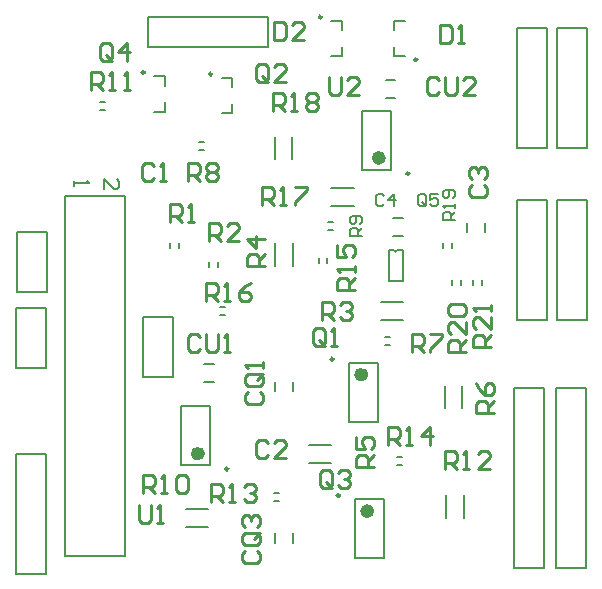
<source format=gto>
G04 Layer_Color=65535*
%FSLAX44Y44*%
%MOMM*%
G71*
G01*
G75*
%ADD21C,0.2540*%
%ADD25C,0.6000*%
%ADD31C,0.2500*%
%ADD32C,0.2000*%
%ADD33C,0.1524*%
%ADD34C,0.2032*%
D21*
X165100Y237490D02*
Y252725D01*
X172717D01*
X175257Y250186D01*
Y245107D01*
X172717Y242568D01*
X165100D01*
X170178D02*
X175257Y237490D01*
X180335D02*
X185413D01*
X182874D01*
Y252725D01*
X180335Y250186D01*
X203188Y252725D02*
X198109Y250186D01*
X193031Y245107D01*
Y240029D01*
X195570Y237490D01*
X200648D01*
X203188Y240029D01*
Y242568D01*
X200648Y245107D01*
X193031D01*
X120647Y351786D02*
X118108Y354325D01*
X113029D01*
X110490Y351786D01*
Y341629D01*
X113029Y339090D01*
X118108D01*
X120647Y341629D01*
X125725Y339090D02*
X130803D01*
X128264D01*
Y354325D01*
X125725Y351786D01*
X217167Y116836D02*
X214627Y119375D01*
X209549D01*
X207010Y116836D01*
Y106679D01*
X209549Y104140D01*
X214627D01*
X217167Y106679D01*
X232402Y104140D02*
X222245D01*
X232402Y114297D01*
Y116836D01*
X229863Y119375D01*
X224784D01*
X222245Y116836D01*
X389894Y335277D02*
X387355Y332738D01*
Y327659D01*
X389894Y325120D01*
X400051D01*
X402590Y327659D01*
Y332738D01*
X400051Y335277D01*
X389894Y340355D02*
X387355Y342894D01*
Y347973D01*
X389894Y350512D01*
X392433D01*
X394972Y347973D01*
Y345433D01*
Y347973D01*
X397512Y350512D01*
X400051D01*
X402590Y347973D01*
Y342894D01*
X400051Y340355D01*
X363220Y471165D02*
Y455930D01*
X370838D01*
X373377Y458469D01*
Y468626D01*
X370838Y471165D01*
X363220D01*
X378455Y455930D02*
X383533D01*
X380994D01*
Y471165D01*
X378455Y468626D01*
X222250Y473705D02*
Y458470D01*
X229867D01*
X232407Y461009D01*
Y471166D01*
X229867Y473705D01*
X222250D01*
X247642Y458470D02*
X237485D01*
X247642Y468627D01*
Y471166D01*
X245103Y473705D01*
X240024D01*
X237485Y471166D01*
X265427Y201929D02*
Y212086D01*
X262887Y214625D01*
X257809D01*
X255270Y212086D01*
Y201929D01*
X257809Y199390D01*
X262887D01*
X260348Y204468D02*
X265427Y199390D01*
X262887D02*
X265427Y201929D01*
X270505Y199390D02*
X275583D01*
X273044D01*
Y214625D01*
X270505Y212086D01*
X217167Y425449D02*
Y435606D01*
X214627Y438145D01*
X209549D01*
X207010Y435606D01*
Y425449D01*
X209549Y422910D01*
X214627D01*
X212088Y427988D02*
X217167Y422910D01*
X214627D02*
X217167Y425449D01*
X232402Y422910D02*
X222245D01*
X232402Y433067D01*
Y435606D01*
X229863Y438145D01*
X224784D01*
X222245Y435606D01*
X271777Y81279D02*
Y91436D01*
X269237Y93975D01*
X264159D01*
X261620Y91436D01*
Y81279D01*
X264159Y78740D01*
X269237D01*
X266698Y83818D02*
X271777Y78740D01*
X269237D02*
X271777Y81279D01*
X276855Y91436D02*
X279394Y93975D01*
X284473D01*
X287012Y91436D01*
Y88897D01*
X284473Y86357D01*
X281933D01*
X284473D01*
X287012Y83818D01*
Y81279D01*
X284473Y78740D01*
X279394D01*
X276855Y81279D01*
X85087Y443229D02*
Y453386D01*
X82548Y455925D01*
X77469D01*
X74930Y453386D01*
Y443229D01*
X77469Y440690D01*
X82548D01*
X80008Y445768D02*
X85087Y440690D01*
X82548D02*
X85087Y443229D01*
X97783Y440690D02*
Y455925D01*
X90165Y448307D01*
X100322D01*
X134874Y304546D02*
Y319781D01*
X142492D01*
X145031Y317242D01*
Y312164D01*
X142492Y309624D01*
X134874D01*
X139952D02*
X145031Y304546D01*
X150109D02*
X155187D01*
X152648D01*
Y319781D01*
X150109Y317242D01*
X167894Y288036D02*
Y303271D01*
X175511D01*
X178051Y300732D01*
Y295653D01*
X175511Y293114D01*
X167894D01*
X172972D02*
X178051Y288036D01*
X193286D02*
X183129D01*
X193286Y298193D01*
Y300732D01*
X190747Y303271D01*
X185668D01*
X183129Y300732D01*
X262890Y220980D02*
Y236215D01*
X270508D01*
X273047Y233676D01*
Y228598D01*
X270508Y226058D01*
X262890D01*
X267968D02*
X273047Y220980D01*
X278125Y233676D02*
X280664Y236215D01*
X285743D01*
X288282Y233676D01*
Y231137D01*
X285743Y228598D01*
X283203D01*
X285743D01*
X288282Y226058D01*
Y223519D01*
X285743Y220980D01*
X280664D01*
X278125Y223519D01*
X214630Y266700D02*
X199395D01*
Y274317D01*
X201934Y276857D01*
X207013D01*
X209552Y274317D01*
Y266700D01*
Y271778D02*
X214630Y276857D01*
Y289553D02*
X199395D01*
X207013Y281935D01*
Y292092D01*
X307340Y96520D02*
X292105D01*
Y104137D01*
X294644Y106677D01*
X299722D01*
X302262Y104137D01*
Y96520D01*
Y101598D02*
X307340Y106677D01*
X292105Y121912D02*
Y111755D01*
X299722D01*
X297183Y116833D01*
Y119373D01*
X299722Y121912D01*
X304801D01*
X307340Y119373D01*
Y114294D01*
X304801Y111755D01*
X408940Y142240D02*
X393705D01*
Y149858D01*
X396244Y152397D01*
X401323D01*
X403862Y149858D01*
Y142240D01*
Y147318D02*
X408940Y152397D01*
X393705Y167632D02*
X396244Y162553D01*
X401323Y157475D01*
X406401D01*
X408940Y160014D01*
Y165093D01*
X406401Y167632D01*
X403862D01*
X401323Y165093D01*
Y157475D01*
X339090Y194310D02*
Y209545D01*
X346707D01*
X349247Y207006D01*
Y201928D01*
X346707Y199388D01*
X339090D01*
X344168D02*
X349247Y194310D01*
X354325Y209545D02*
X364482D01*
Y207006D01*
X354325Y196849D01*
Y194310D01*
X149860Y339090D02*
Y354325D01*
X157478D01*
X160017Y351786D01*
Y346707D01*
X157478Y344168D01*
X149860D01*
X154938D02*
X160017Y339090D01*
X165095Y351786D02*
X167634Y354325D01*
X172713D01*
X175252Y351786D01*
Y349247D01*
X172713Y346707D01*
X175252Y344168D01*
Y341629D01*
X172713Y339090D01*
X167634D01*
X165095Y341629D01*
Y344168D01*
X167634Y346707D01*
X165095Y349247D01*
Y351786D01*
X167634Y346707D02*
X172713D01*
X111760Y74930D02*
Y90165D01*
X119377D01*
X121917Y87626D01*
Y82548D01*
X119377Y80008D01*
X111760D01*
X116838D02*
X121917Y74930D01*
X126995D02*
X132073D01*
X129534D01*
Y90165D01*
X126995Y87626D01*
X139691D02*
X142230Y90165D01*
X147309D01*
X149848Y87626D01*
Y77469D01*
X147309Y74930D01*
X142230D01*
X139691Y77469D01*
Y87626D01*
X67564Y416306D02*
Y431541D01*
X75181D01*
X77721Y429002D01*
Y423923D01*
X75181Y421384D01*
X67564D01*
X72642D02*
X77721Y416306D01*
X82799D02*
X87877D01*
X85338D01*
Y431541D01*
X82799Y429002D01*
X95495Y416306D02*
X100573D01*
X98034D01*
Y431541D01*
X95495Y429002D01*
X367284Y94996D02*
Y110231D01*
X374902D01*
X377441Y107692D01*
Y102613D01*
X374902Y100074D01*
X367284D01*
X372362D02*
X377441Y94996D01*
X382519D02*
X387597D01*
X385058D01*
Y110231D01*
X382519Y107692D01*
X405372Y94996D02*
X395215D01*
X405372Y105153D01*
Y107692D01*
X402832Y110231D01*
X397754D01*
X395215Y107692D01*
X168910Y67310D02*
Y82545D01*
X176528D01*
X179067Y80006D01*
Y74928D01*
X176528Y72388D01*
X168910D01*
X173988D02*
X179067Y67310D01*
X184145D02*
X189223D01*
X186684D01*
Y82545D01*
X184145Y80006D01*
X196841D02*
X199380Y82545D01*
X204459D01*
X206998Y80006D01*
Y77467D01*
X204459Y74928D01*
X201919D01*
X204459D01*
X206998Y72388D01*
Y69849D01*
X204459Y67310D01*
X199380D01*
X196841Y69849D01*
X319024Y115316D02*
Y130551D01*
X326642D01*
X329181Y128012D01*
Y122934D01*
X326642Y120394D01*
X319024D01*
X324102D02*
X329181Y115316D01*
X334259D02*
X339337D01*
X336798D01*
Y130551D01*
X334259Y128012D01*
X354572Y115316D02*
Y130551D01*
X346955Y122934D01*
X357112D01*
X290830Y246380D02*
X275595D01*
Y253997D01*
X278134Y256537D01*
X283213D01*
X285752Y253997D01*
Y246380D01*
Y251458D02*
X290830Y256537D01*
Y261615D02*
Y266693D01*
Y264154D01*
X275595D01*
X278134Y261615D01*
X275595Y284468D02*
Y274311D01*
X283213D01*
X280673Y279389D01*
Y281929D01*
X283213Y284468D01*
X288291D01*
X290830Y281929D01*
Y276850D01*
X288291Y274311D01*
X212090Y318770D02*
Y334005D01*
X219708D01*
X222247Y331466D01*
Y326387D01*
X219708Y323848D01*
X212090D01*
X217168D02*
X222247Y318770D01*
X227325D02*
X232403D01*
X229864D01*
Y334005D01*
X227325Y331466D01*
X240021Y334005D02*
X250178D01*
Y331466D01*
X240021Y321309D01*
Y318770D01*
X222034Y398526D02*
Y413761D01*
X229652D01*
X232191Y411222D01*
Y406143D01*
X229652Y403604D01*
X222034D01*
X227112D02*
X232191Y398526D01*
X237269D02*
X242347D01*
X239808D01*
Y413761D01*
X237269Y411222D01*
X249965D02*
X252504Y413761D01*
X257582D01*
X260122Y411222D01*
Y408683D01*
X257582Y406143D01*
X260122Y403604D01*
Y401065D01*
X257582Y398526D01*
X252504D01*
X249965Y401065D01*
Y403604D01*
X252504Y406143D01*
X249965Y408683D01*
Y411222D01*
X252504Y406143D02*
X257582D01*
X384810Y194310D02*
X369575D01*
Y201928D01*
X372114Y204467D01*
X377192D01*
X379732Y201928D01*
Y194310D01*
Y199388D02*
X384810Y204467D01*
Y219702D02*
Y209545D01*
X374653Y219702D01*
X372114D01*
X369575Y217163D01*
Y212084D01*
X372114Y209545D01*
Y224780D02*
X369575Y227319D01*
Y232398D01*
X372114Y234937D01*
X382271D01*
X384810Y232398D01*
Y227319D01*
X382271Y224780D01*
X372114D01*
X406400Y198120D02*
X391165D01*
Y205737D01*
X393704Y208277D01*
X398783D01*
X401322Y205737D01*
Y198120D01*
Y203198D02*
X406400Y208277D01*
Y223512D02*
Y213355D01*
X396243Y223512D01*
X393704D01*
X391165Y220973D01*
Y215894D01*
X393704Y213355D01*
X406400Y228590D02*
Y233668D01*
Y231129D01*
X391165D01*
X393704Y228590D01*
X107950Y64765D02*
Y52069D01*
X110489Y49530D01*
X115568D01*
X118107Y52069D01*
Y64765D01*
X123185Y49530D02*
X128263D01*
X125724D01*
Y64765D01*
X123185Y62226D01*
X269532Y426715D02*
Y414019D01*
X272071Y411480D01*
X277150D01*
X279689Y414019D01*
Y426715D01*
X294924Y411480D02*
X284767D01*
X294924Y421637D01*
Y424176D01*
X292385Y426715D01*
X287306D01*
X284767Y424176D01*
X200664Y160017D02*
X198125Y157478D01*
Y152399D01*
X200664Y149860D01*
X210821D01*
X213360Y152399D01*
Y157478D01*
X210821Y160017D01*
Y175252D02*
X200664D01*
X198125Y172713D01*
Y167634D01*
X200664Y165095D01*
X210821D01*
X213360Y167634D01*
Y172713D01*
X208282Y170173D02*
X213360Y175252D01*
Y172713D02*
X210821Y175252D01*
X213360Y180330D02*
Y185408D01*
Y182869D01*
X198125D01*
X200664Y180330D01*
X198124Y25397D02*
X195585Y22857D01*
Y17779D01*
X198124Y15240D01*
X208281D01*
X210820Y17779D01*
Y22857D01*
X208281Y25397D01*
Y40632D02*
X198124D01*
X195585Y38093D01*
Y33014D01*
X198124Y30475D01*
X208281D01*
X210820Y33014D01*
Y38093D01*
X205742Y35553D02*
X210820Y40632D01*
Y38093D02*
X208281Y40632D01*
X198124Y45710D02*
X195585Y48249D01*
Y53328D01*
X198124Y55867D01*
X200663D01*
X203202Y53328D01*
Y50788D01*
Y53328D01*
X205742Y55867D01*
X208281D01*
X210820Y53328D01*
Y48249D01*
X208281Y45710D01*
X159763Y206752D02*
X157224Y209291D01*
X152145D01*
X149606Y206752D01*
Y196595D01*
X152145Y194056D01*
X157224D01*
X159763Y196595D01*
X164841Y209291D02*
Y196595D01*
X167380Y194056D01*
X172459D01*
X174998Y196595D01*
Y209291D01*
X180076Y194056D02*
X185154D01*
X182615D01*
Y209291D01*
X180076Y206752D01*
X361947Y424176D02*
X359408Y426715D01*
X354329D01*
X351790Y424176D01*
Y414019D01*
X354329Y411480D01*
X359408D01*
X361947Y414019D01*
X367025Y426715D02*
Y414019D01*
X369564Y411480D01*
X374643D01*
X377182Y414019D01*
Y426715D01*
X392417Y411480D02*
X382260D01*
X392417Y421637D01*
Y424176D01*
X389878Y426715D01*
X384799D01*
X382260Y424176D01*
D25*
X314410Y358380D02*
G03*
X314410Y358380I-3000J0D01*
G01*
X299450Y175020D02*
G03*
X299450Y175020I-3000J0D01*
G01*
X304530Y59450D02*
G03*
X304530Y59450I-3000J0D01*
G01*
X161210Y108190D02*
G03*
X161210Y108190I-3000J0D01*
G01*
D31*
X337160Y345330D02*
G03*
X337160Y345330I-1250J0D01*
G01*
X273200Y188070D02*
G03*
X273200Y188070I-1250J0D01*
G01*
X343970Y441740D02*
G03*
X343970Y441740I-1250J0D01*
G01*
X263050Y477740D02*
G03*
X263050Y477740I-1250J0D01*
G01*
X278280Y72500D02*
G03*
X278280Y72500I-1250J0D01*
G01*
X183960Y95140D02*
G03*
X183960Y95140I-1250J0D01*
G01*
X170340Y429480D02*
G03*
X170340Y429480I-1250J0D01*
G01*
X113190Y430750D02*
G03*
X113190Y430750I-1250J0D01*
G01*
D32*
X323985Y280110D02*
G03*
X327235Y280110I1625J0D01*
G01*
X177070Y225100D02*
X181070D01*
X177070Y232100D02*
X181070D01*
X321410Y348380D02*
Y398380D01*
X297410Y348380D02*
Y398380D01*
Y348380D02*
X321410D01*
X297410Y398380D02*
X321410D01*
X223170Y357530D02*
Y376530D01*
X238170Y357530D02*
Y376530D01*
X326930Y105100D02*
X330930D01*
X326930Y98100D02*
X330930D01*
X383420Y54000D02*
Y73000D01*
X368420Y54000D02*
Y73000D01*
X75470Y399090D02*
X79470D01*
X75470Y406090D02*
X79470D01*
X134930Y282480D02*
Y286480D01*
X141930Y282480D02*
Y286480D01*
X174950Y265970D02*
Y269970D01*
X167950Y265970D02*
Y269970D01*
X462280Y220980D02*
X487680D01*
X462280D02*
Y322580D01*
X487680Y220980D02*
Y322580D01*
X462280D02*
X487680D01*
X427990Y220980D02*
X453390D01*
X427990D02*
Y322580D01*
X453390Y220980D02*
Y322580D01*
X427990D02*
X453390D01*
X163640Y169030D02*
X171640D01*
X163640Y184030D02*
X171640D01*
X286450Y135020D02*
Y185020D01*
X310450Y135020D02*
Y185020D01*
X286450D02*
X310450D01*
X286450Y135020D02*
X310450D01*
X462280Y367030D02*
X487680D01*
X462280D02*
Y468630D01*
X487680Y367030D02*
Y468630D01*
X462280D02*
X487680D01*
X427990Y367030D02*
X453390D01*
X427990D02*
Y468630D01*
X453390Y367030D02*
Y468630D01*
X427990D02*
X453390D01*
X324470Y466740D02*
Y474740D01*
X333470D01*
X324470Y444740D02*
Y452740D01*
Y444740D02*
X333470D01*
X280050D02*
Y452740D01*
X271050Y444740D02*
X280050D01*
Y466740D02*
Y474740D01*
X271050D02*
X280050D01*
X317310Y409060D02*
X325310D01*
X317310Y424060D02*
X325310D01*
X486410Y11430D02*
Y163830D01*
X461010Y11430D02*
Y163830D01*
Y11430D02*
X486410D01*
X461010Y163830D02*
X486410D01*
X450850Y11430D02*
Y163830D01*
X425450Y11430D02*
Y163830D01*
Y11430D02*
X450850D01*
X425450Y163830D02*
X450850D01*
X291530Y19450D02*
Y69450D01*
X315530Y19450D02*
Y69450D01*
X291530D02*
X315530D01*
X291530Y19450D02*
X315530D01*
X238640Y32830D02*
Y40830D01*
X223640Y32830D02*
Y40830D01*
X147980Y60840D02*
X166980D01*
X147980Y45840D02*
X166980D01*
X222790Y74620D02*
X226790D01*
X222790Y67620D02*
X226790D01*
X252120Y115450D02*
X271120D01*
X252120Y100450D02*
X271120D01*
X238640Y161100D02*
Y169100D01*
X223640Y161100D02*
Y169100D01*
X313080Y221100D02*
X332080D01*
X313080Y236100D02*
X332080D01*
X316770Y206700D02*
X320770D01*
X316770Y199700D02*
X320770D01*
X382150Y146710D02*
Y165710D01*
X367150Y146710D02*
Y165710D01*
X168210Y98190D02*
Y148190D01*
X144210Y98190D02*
Y148190D01*
Y98190D02*
X168210D01*
X144210Y148190D02*
X168210D01*
X3810Y6350D02*
X29210D01*
X3810D02*
Y107950D01*
X29210Y6350D02*
Y107950D01*
X3810D02*
X29210D01*
X3810Y180340D02*
Y231140D01*
Y180340D02*
X29210D01*
Y231140D01*
X3810D02*
X29210D01*
X5080Y245110D02*
Y295910D01*
Y245110D02*
X30480D01*
Y295910D01*
X5080D02*
X30480D01*
X45720Y21590D02*
Y326390D01*
X96520Y21590D02*
Y326390D01*
X45720D02*
X96520D01*
X45720Y21590D02*
X96520D01*
X159290Y364800D02*
X163290D01*
X159290Y371800D02*
X163290D01*
X187340Y396480D02*
Y404480D01*
X178340Y396480D02*
X187340D01*
Y418480D02*
Y426480D01*
X178340D02*
X187340D01*
X130190Y397750D02*
Y405750D01*
X121190Y397750D02*
X130190D01*
Y419750D02*
Y427750D01*
X121190D02*
X130190D01*
X115570Y452120D02*
Y477520D01*
X217170D01*
X115570Y452120D02*
X217170D01*
Y477520D01*
X271170Y332620D02*
X290170D01*
X271170Y317620D02*
X290170D01*
X238640Y267360D02*
Y286360D01*
X223640Y267360D02*
Y286360D01*
X260660Y269780D02*
Y273780D01*
X267660Y269780D02*
Y273780D01*
X320040Y254110D02*
Y280110D01*
Y254110D02*
X331470D01*
Y280110D01*
X327235D02*
X331470D01*
X320040D02*
X323985D01*
X391470Y250730D02*
Y254730D01*
X398470Y250730D02*
Y254730D01*
X373690Y250730D02*
Y254730D01*
X380690Y250730D02*
Y254730D01*
X373070Y282480D02*
Y286480D01*
X366070Y282480D02*
Y286480D01*
X323660Y307220D02*
X331660D01*
X323660Y292220D02*
X331660D01*
X386200Y295720D02*
Y303720D01*
X401200Y295720D02*
Y303720D01*
X268510Y304490D02*
X272510D01*
X268510Y297490D02*
X272510D01*
X137160Y172720D02*
Y223520D01*
X111760D02*
X137160D01*
X111760Y172720D02*
Y223520D01*
Y172720D02*
X137160D01*
D33*
X315381Y325964D02*
X313688Y327657D01*
X310303D01*
X308610Y325964D01*
Y319193D01*
X310303Y317500D01*
X313688D01*
X315381Y319193D01*
X323845Y317500D02*
Y327657D01*
X318767Y322578D01*
X325538D01*
X350941Y319193D02*
Y325964D01*
X349248Y327657D01*
X345863D01*
X344170Y325964D01*
Y319193D01*
X345863Y317500D01*
X349248D01*
X347556Y320886D02*
X350941Y317500D01*
X349248D02*
X350941Y319193D01*
X361098Y327657D02*
X354327D01*
Y322578D01*
X357712Y324271D01*
X359405D01*
X361098Y322578D01*
Y319193D01*
X359405Y317500D01*
X356020D01*
X354327Y319193D01*
X297180Y292100D02*
X287023D01*
Y297178D01*
X288716Y298871D01*
X292102D01*
X293794Y297178D01*
Y292100D01*
Y295486D02*
X297180Y298871D01*
X295487Y302257D02*
X297180Y303950D01*
Y307335D01*
X295487Y309028D01*
X288716D01*
X287023Y307335D01*
Y303950D01*
X288716Y302257D01*
X290409D01*
X292102Y303950D01*
Y309028D01*
X375920Y306070D02*
X365763D01*
Y311148D01*
X367456Y312841D01*
X370842D01*
X372534Y311148D01*
Y306070D01*
Y309456D02*
X375920Y312841D01*
Y316227D02*
Y319612D01*
Y317920D01*
X365763D01*
X367456Y316227D01*
X374227Y324691D02*
X375920Y326383D01*
Y329769D01*
X374227Y331462D01*
X367456D01*
X365763Y329769D01*
Y326383D01*
X367456Y324691D01*
X369149D01*
X370842Y326383D01*
Y331462D01*
D34*
X78740Y331896D02*
Y340360D01*
X87204Y331896D01*
X89320D01*
X91436Y334012D01*
Y338244D01*
X89320Y340360D01*
X53340Y339090D02*
Y334858D01*
Y336974D01*
X66036D01*
X63920Y339090D01*
M02*

</source>
